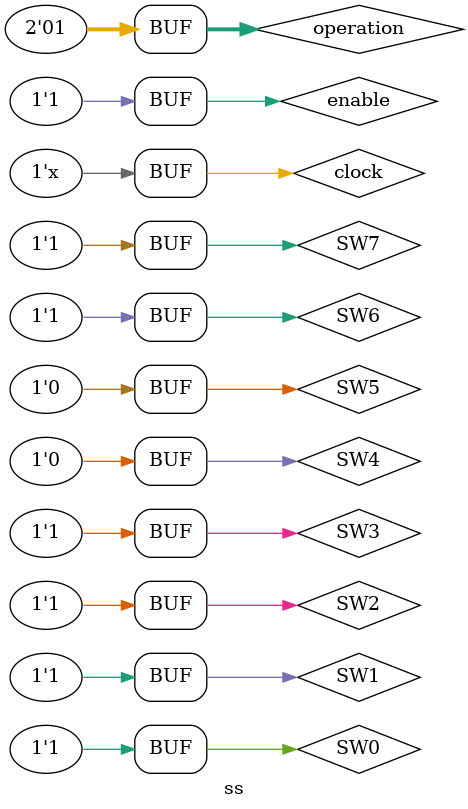
<source format=v>
`timescale 1ns / 1ps


module ss;

	// Inputs
	reg [0:0] clock;
	reg [0:0] SW0;
	reg [0:0] SW1;
	reg [0:0] SW2;
	reg [0:0] SW3;
	reg [0:0] SW4;
	reg [0:0] SW5;
	reg [0:0] SW6;
	reg [0:0] SW7;
	reg [0:0] enable;
	reg [1:0] operation;

	// Outputs
	wire [3:0] rezult;

	// Instantiate the Unit Under Test (UUT)
	CPU uut (
		.clock(clock), 
		.SW0(SW0), 
		.SW1(SW1), 
		.SW2(SW2), 
		.SW3(SW3), 
		.SW4(SW4), 
		.SW5(SW5), 
		.SW6(SW6), 
		.SW7(SW7), 
		.enable(enable), 
		.operation(operation), 
		.rezult(rezult)
	);

	initial begin
		// Initialize Inputs
		clock = 0;
		SW0 = 1;
		SW1 = 1;
		SW2 = 1;
		SW3 = 0;
		SW4 = 0;
		SW5 = 0;
		SW6 = 0;
		SW7 = 0;
		enable = 1;
		operation = 2'b00;

		// Wait 100 ns for global reset to finish
		#100;
		enable = 0;
		#100;
		enable = 1;
		
		SW0 = 1;
		SW1 = 1;
		SW2 = 1;
		SW3 = 1;
		SW4 = 0;
		SW5 = 0;
		SW6 = 1;
		SW7 = 1;
		operation = 2'b01;
		
			#100;
		enable = 0;
		#100;
		enable = 1;
		
		
        
		// Add stimulus here

	end
	always @(*)
	begin
	#40;
	clock <= ~clock;
	end
      
endmodule


</source>
